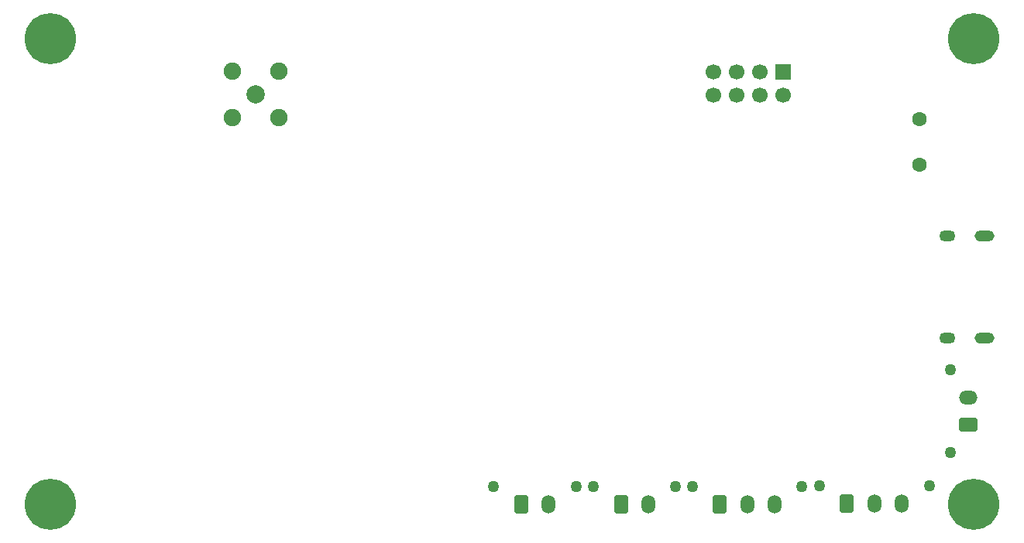
<source format=gbr>
%TF.GenerationSoftware,KiCad,Pcbnew,9.0.1*%
%TF.CreationDate,2025-04-20T12:35:35+07:00*%
%TF.ProjectId,IREC-FlighComputer,49524543-2d46-46c6-9967-68436f6d7075,rev?*%
%TF.SameCoordinates,Original*%
%TF.FileFunction,Soldermask,Bot*%
%TF.FilePolarity,Negative*%
%FSLAX46Y46*%
G04 Gerber Fmt 4.6, Leading zero omitted, Abs format (unit mm)*
G04 Created by KiCad (PCBNEW 9.0.1) date 2025-04-20 12:35:35*
%MOMM*%
%LPD*%
G01*
G04 APERTURE LIST*
G04 Aperture macros list*
%AMRoundRect*
0 Rectangle with rounded corners*
0 $1 Rounding radius*
0 $2 $3 $4 $5 $6 $7 $8 $9 X,Y pos of 4 corners*
0 Add a 4 corners polygon primitive as box body*
4,1,4,$2,$3,$4,$5,$6,$7,$8,$9,$2,$3,0*
0 Add four circle primitives for the rounded corners*
1,1,$1+$1,$2,$3*
1,1,$1+$1,$4,$5*
1,1,$1+$1,$6,$7*
1,1,$1+$1,$8,$9*
0 Add four rect primitives between the rounded corners*
20,1,$1+$1,$2,$3,$4,$5,0*
20,1,$1+$1,$4,$5,$6,$7,0*
20,1,$1+$1,$6,$7,$8,$9,0*
20,1,$1+$1,$8,$9,$2,$3,0*%
G04 Aperture macros list end*
%ADD10O,2.154000X1.254000*%
%ADD11O,1.754000X1.254000*%
%ADD12C,1.270000*%
%ADD13RoundRect,0.250001X-0.499999X-0.759999X0.499999X-0.759999X0.499999X0.759999X-0.499999X0.759999X0*%
%ADD14O,1.500000X2.020000*%
%ADD15C,2.006600*%
%ADD16C,1.905000*%
%ADD17C,5.600000*%
%ADD18C,1.602000*%
%ADD19RoundRect,0.250001X0.759999X-0.499999X0.759999X0.499999X-0.759999X0.499999X-0.759999X-0.499999X0*%
%ADD20O,2.020000X1.500000*%
%ADD21R,1.700000X1.700000*%
%ADD22C,1.700000*%
G04 APERTURE END LIST*
D10*
%TO.C,USB1*%
X201112500Y-95820000D03*
X201112500Y-84580000D03*
D11*
X197112500Y-95820000D03*
X197112500Y-84580000D03*
%TD*%
D12*
%TO.C,J8*%
X147500000Y-112040000D03*
X156500000Y-112040000D03*
D13*
X150500000Y-114000000D03*
D14*
X153500000Y-114000000D03*
%TD*%
D15*
%TO.C,J3*%
X121447300Y-69109800D03*
D16*
X118894600Y-66557100D03*
X118894600Y-71662500D03*
X124000000Y-71662500D03*
X124000000Y-66557100D03*
%TD*%
D12*
%TO.C,J10*%
X183100000Y-111940000D03*
X195100000Y-111940000D03*
D13*
X186100000Y-113900000D03*
D14*
X189100000Y-113900000D03*
X192100000Y-113900000D03*
%TD*%
D17*
%TO.C,H3*%
X200000000Y-63000000D03*
%TD*%
D12*
%TO.C,J7*%
X158400000Y-112000000D03*
X167400000Y-112000000D03*
D13*
X161400000Y-113960000D03*
D14*
X164400000Y-113960000D03*
%TD*%
D17*
%TO.C,H1*%
X200000000Y-114000000D03*
%TD*%
%TO.C,H4*%
X99000000Y-114000000D03*
%TD*%
%TO.C,H2*%
X99000000Y-63000000D03*
%TD*%
D12*
%TO.C,J2*%
X169200000Y-112000000D03*
X181200000Y-112000000D03*
D13*
X172200000Y-113960000D03*
D14*
X175200000Y-113960000D03*
X178200000Y-113960000D03*
%TD*%
D18*
%TO.C,LS1*%
X194000000Y-71800000D03*
X194000000Y-76800000D03*
%TD*%
D12*
%TO.C,J1*%
X197427500Y-108278250D03*
X197427500Y-99278250D03*
D19*
X199387500Y-105278250D03*
D20*
X199387500Y-102278250D03*
%TD*%
D21*
%TO.C,J4*%
X179140000Y-66660000D03*
D22*
X179140000Y-69200000D03*
X176600000Y-66660000D03*
X176600000Y-69200000D03*
X174060000Y-66660000D03*
X174060000Y-69200000D03*
X171520000Y-66660000D03*
X171520000Y-69200000D03*
%TD*%
M02*

</source>
